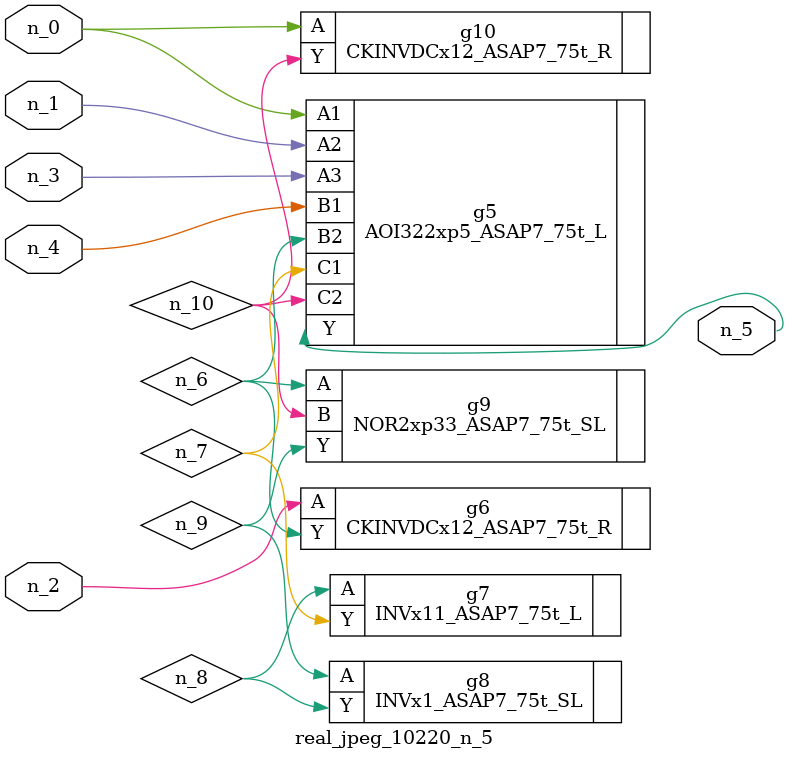
<source format=v>
module real_jpeg_10220_n_5 (n_4, n_0, n_1, n_2, n_3, n_5);

input n_4;
input n_0;
input n_1;
input n_2;
input n_3;

output n_5;

wire n_8;
wire n_6;
wire n_7;
wire n_10;
wire n_9;

AOI322xp5_ASAP7_75t_L g5 ( 
.A1(n_0),
.A2(n_1),
.A3(n_3),
.B1(n_4),
.B2(n_6),
.C1(n_7),
.C2(n_10),
.Y(n_5)
);

CKINVDCx12_ASAP7_75t_R g10 ( 
.A(n_0),
.Y(n_10)
);

CKINVDCx12_ASAP7_75t_R g6 ( 
.A(n_2),
.Y(n_6)
);

NOR2xp33_ASAP7_75t_SL g9 ( 
.A(n_6),
.B(n_10),
.Y(n_9)
);

INVx11_ASAP7_75t_L g7 ( 
.A(n_8),
.Y(n_7)
);

INVx1_ASAP7_75t_SL g8 ( 
.A(n_9),
.Y(n_8)
);


endmodule
</source>
